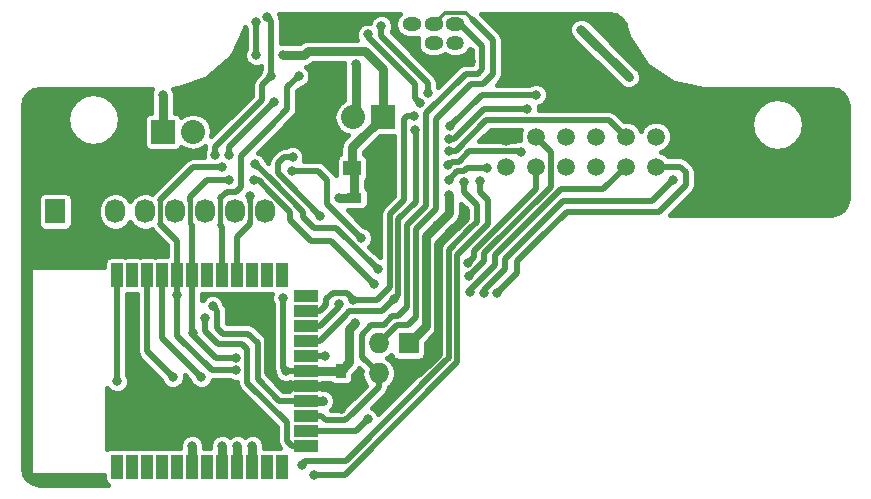
<source format=gbl>
G04 #@! TF.FileFunction,Copper,L2,Bot,Signal*
%FSLAX46Y46*%
G04 Gerber Fmt 4.6, Leading zero omitted, Abs format (unit mm)*
G04 Created by KiCad (PCBNEW 4.0.0-rc1-stable) date 25.1.2017 19:41:52*
%MOMM*%
G01*
G04 APERTURE LIST*
%ADD10C,0.100000*%
%ADD11R,1.727200X2.032000*%
%ADD12O,1.727200X2.032000*%
%ADD13R,2.032000X2.032000*%
%ADD14O,2.032000X2.032000*%
%ADD15C,1.506220*%
%ADD16R,1.500000X1.250000*%
%ADD17R,1.200000X0.900000*%
%ADD18R,0.900000X1.200000*%
%ADD19R,1.727200X1.727200*%
%ADD20O,1.727200X1.727200*%
%ADD21O,1.500000X1.200000*%
%ADD22O,1.600000X1.200000*%
%ADD23R,2.000000X1.000000*%
%ADD24R,1.000000X2.000000*%
%ADD25C,0.800000*%
%ADD26C,0.500000*%
%ADD27C,0.800000*%
%ADD28C,0.400000*%
%ADD29C,0.300000*%
G04 APERTURE END LIST*
D10*
D11*
X3420000Y23840000D03*
D12*
X5960000Y23840000D03*
X8500000Y23840000D03*
X11040000Y23840000D03*
X13580000Y23840000D03*
X16120000Y23840000D03*
X18660000Y23840000D03*
X21200000Y23840000D03*
D13*
X12540000Y30585000D03*
D14*
X15080000Y30585000D03*
D13*
X31140000Y31830000D03*
D14*
X28600000Y31830000D03*
D15*
X54260000Y27640000D03*
X54260000Y30180000D03*
X41560000Y27640000D03*
X41560000Y30180000D03*
X44100000Y27640000D03*
X44100000Y30180000D03*
X46640000Y27640000D03*
X46640000Y30180000D03*
X49180000Y27640000D03*
X49180000Y30180000D03*
X51720000Y27640000D03*
X51720000Y30180000D03*
D16*
X28565000Y27510000D03*
X31065000Y27510000D03*
D17*
X28740000Y25000000D03*
X30940000Y25000000D03*
D18*
X27590000Y8140000D03*
X27590000Y10340000D03*
D19*
X33340000Y12660000D03*
D20*
X30800000Y12660000D03*
X33340000Y10120000D03*
X30800000Y10120000D03*
D21*
X37300000Y38090000D03*
D22*
X37300000Y39690000D03*
X35470000Y39690000D03*
X33640000Y39690000D03*
X33640000Y38090000D03*
X35470000Y38090000D03*
D23*
X24690000Y5255000D03*
X24690000Y6525000D03*
X24690000Y7795000D03*
X24690000Y9065000D03*
X24690000Y10335000D03*
X24690000Y11605000D03*
X24690000Y3985000D03*
X24690000Y12875000D03*
X24690000Y14145000D03*
X24690000Y15415000D03*
X24690000Y16685000D03*
D24*
X8670000Y2235000D03*
X9940000Y2235000D03*
X11210000Y2235000D03*
X12480000Y2235000D03*
X13750000Y2235000D03*
X15020000Y2235000D03*
X16290000Y2235000D03*
X17560000Y2235000D03*
X18830000Y2235000D03*
X20100000Y2235000D03*
X21370000Y2235000D03*
X22640000Y2235000D03*
X8670000Y18435000D03*
X9940000Y18435000D03*
X11210000Y18435000D03*
X12480000Y18435000D03*
X13750000Y18435000D03*
X15020000Y18435000D03*
X16290000Y18435000D03*
X17560000Y18435000D03*
X18830000Y18435000D03*
X20100000Y18435000D03*
X21370000Y18435000D03*
X22640000Y18435000D03*
D25*
X10240000Y10790000D03*
X19320000Y15340000D03*
X10150000Y15890000D03*
X56760000Y30520000D03*
X62200000Y26970000D03*
X65250000Y26910000D03*
X42180000Y35600000D03*
X43640000Y35960000D03*
X2050000Y30290000D03*
X2050000Y28830000D03*
X18310000Y33950000D03*
X25340000Y32580000D03*
X38110000Y23980000D03*
X31065000Y26170000D03*
X21320000Y13380000D03*
X38610000Y36590000D03*
X35740000Y36590000D03*
X27590000Y7120000D03*
X25340000Y39010000D03*
X18120000Y28630000D03*
X36800000Y25230000D03*
X21970000Y33110000D03*
X51980000Y35210000D03*
X47955000Y39235000D03*
X35780000Y22720000D03*
X28830000Y14350000D03*
X22980000Y10330000D03*
X22700000Y16520000D03*
X28860000Y36320000D03*
X12540000Y33710000D03*
X13380000Y9810000D03*
X20360000Y27830000D03*
X17520000Y27580000D03*
X30720000Y18940000D03*
X38390000Y19510000D03*
X13740000Y16720000D03*
X18750000Y10380000D03*
X20280000Y26480000D03*
X30410000Y17730000D03*
X18130000Y26480000D03*
X38480000Y18340000D03*
X15060000Y13510000D03*
X18750000Y11470000D03*
X26280000Y11590000D03*
X25870000Y23490000D03*
X23530000Y28430000D03*
X42820000Y28910000D03*
X36720000Y27790000D03*
X32140000Y16420000D03*
X43380000Y32530000D03*
X36750000Y29960000D03*
X33860000Y30760000D03*
X27470000Y16000000D03*
X29320000Y21590000D03*
X23500000Y27290000D03*
X39980000Y27520000D03*
X36750000Y26500000D03*
X44140000Y33730000D03*
X36840000Y31040000D03*
X33840000Y31950000D03*
X28640000Y16380000D03*
X29870000Y6230000D03*
X24030000Y35310000D03*
X38010000Y26370000D03*
X34280000Y32990000D03*
X24290000Y2400000D03*
X17560000Y3970000D03*
X29870000Y38820000D03*
X22700000Y37070000D03*
X20450000Y37070000D03*
X20450000Y39840000D03*
X27490000Y25000000D03*
X15790000Y9810000D03*
X18830000Y3960000D03*
X40850000Y16970000D03*
X55740000Y26510000D03*
X39700000Y16970000D03*
X20100000Y3970000D03*
X26130000Y7790000D03*
X38550000Y16990000D03*
X16750000Y15810000D03*
X36740000Y28970000D03*
X16130000Y14820000D03*
X16980000Y28630000D03*
X19930000Y25170000D03*
X21350000Y40330000D03*
X21710000Y35310000D03*
X39380000Y26430000D03*
X31040000Y39530000D03*
X34990000Y33880000D03*
X25350000Y1540000D03*
X15020000Y3970000D03*
X8670000Y9450000D03*
D26*
X10240000Y10790000D02*
X10240000Y15800000D01*
X10240000Y15800000D02*
X10150000Y15890000D01*
X62200000Y26970000D02*
X60310000Y26970000D01*
X60310000Y26970000D02*
X56760000Y30520000D01*
X62200000Y26970000D02*
X65190000Y26970000D01*
X65190000Y26970000D02*
X65250000Y26910000D01*
X42180000Y35600000D02*
X43280000Y35600000D01*
X43280000Y35600000D02*
X43640000Y35960000D01*
X2050000Y28830000D02*
X2050000Y30290000D01*
X25340000Y32580000D02*
X25350000Y32580000D01*
D27*
X35870000Y19610000D02*
X35870000Y21050000D01*
X35870000Y21050000D02*
X38110000Y23290000D01*
X35810000Y11780000D02*
X35870000Y11840000D01*
X35870000Y11840000D02*
X35870000Y19610000D01*
X35240000Y11210000D02*
X35810000Y11780000D01*
X34150000Y10120000D02*
X35240000Y11210000D01*
X38110000Y23290000D02*
X38110000Y23980000D01*
X30940000Y25000000D02*
X31065000Y25125000D01*
X31065000Y25125000D02*
X31065000Y26170000D01*
X31065000Y26170000D02*
X31065000Y27510000D01*
D26*
X21320000Y10140000D02*
X21320000Y13380000D01*
X22395000Y9065000D02*
X21320000Y10140000D01*
X24690000Y9065000D02*
X22395000Y9065000D01*
D27*
X33340000Y10120000D02*
X33980000Y10120000D01*
X33340000Y10120000D02*
X34150000Y10120000D01*
X38610000Y36590000D02*
X35740000Y36590000D01*
X27590000Y8140000D02*
X27590000Y7120000D01*
X24690000Y9065000D02*
X26665000Y9065000D01*
X26665000Y9065000D02*
X27590000Y8140000D01*
D26*
X18120000Y29260000D02*
X18120000Y28630000D01*
X20360000Y31500000D02*
X18120000Y29260000D01*
X21970000Y33110000D02*
X20360000Y31500000D01*
D27*
X34680000Y14000000D02*
X34830000Y14150000D01*
X33340000Y12660000D02*
X34680000Y14000000D01*
X34830000Y21770000D02*
X35780000Y22720000D01*
X34830000Y14150000D02*
X34830000Y21770000D01*
X35780000Y22720000D02*
X36800000Y23740000D01*
X36800000Y23740000D02*
X36800000Y25230000D01*
X51980000Y35210000D02*
X47955000Y39235000D01*
X33340000Y12660000D02*
X33810000Y13130000D01*
X35785000Y22725000D02*
X35785000Y22735000D01*
X35780000Y22720000D02*
X35785000Y22725000D01*
X28340000Y13860000D02*
X28830000Y14350000D01*
X28340000Y11090000D02*
X28340000Y13860000D01*
X27590000Y10340000D02*
X28340000Y11090000D01*
D26*
X22700000Y10610000D02*
X22980000Y10330000D01*
X22700000Y10610000D02*
X22700000Y15780000D01*
X22700000Y16520000D02*
X22700000Y15780000D01*
X22985000Y10335000D02*
X22980000Y10330000D01*
X22985000Y10335000D02*
X24690000Y10335000D01*
D27*
X24685000Y10340000D02*
X24690000Y10335000D01*
X24690000Y10335000D02*
X27585000Y10335000D01*
X27585000Y10335000D02*
X27590000Y10340000D01*
X28860000Y32090000D02*
X28860000Y36320000D01*
X28860000Y32090000D02*
X28600000Y31830000D01*
X12540000Y30585000D02*
X12540000Y33710000D01*
D26*
X11210000Y11980000D02*
X13380000Y9810000D01*
X11210000Y11980000D02*
X11210000Y18435000D01*
X20380000Y27830000D02*
X20360000Y27830000D01*
X24390000Y23820000D02*
X21743556Y26466444D01*
X24390000Y23390000D02*
X24390000Y23820000D01*
X21743556Y26466444D02*
X20380000Y27830000D01*
X15070000Y27580000D02*
X17520000Y27580000D01*
X15070000Y27580000D02*
X12325000Y24835000D01*
X13750000Y18435000D02*
X13750000Y21340000D01*
X13750000Y21340000D02*
X12310000Y22780000D01*
D28*
X12310000Y24800000D02*
X12310000Y22780000D01*
D26*
X24390000Y23770000D02*
X24390000Y23390000D01*
X24390000Y23390000D02*
X24390000Y23370000D01*
X24390000Y23370000D02*
X25330000Y22430000D01*
X25330000Y22430000D02*
X25600000Y22430000D01*
X27230000Y22430000D02*
X25600000Y22430000D01*
X30720000Y18940000D02*
X27230000Y22430000D01*
X38390000Y19510000D02*
X38840000Y19960000D01*
X44100000Y25990000D02*
X44100000Y27640000D01*
X44100000Y25770000D02*
X44100000Y25990000D01*
X38840000Y20510000D02*
X44100000Y25770000D01*
X38840000Y19960000D02*
X38840000Y20510000D01*
D28*
X38390000Y19510000D02*
X38390000Y19520000D01*
D26*
X13740000Y16720000D02*
X13750000Y16720000D01*
X13750000Y16720000D02*
X13740000Y16720000D01*
X13740000Y16720000D02*
X13750000Y16720000D01*
X18750000Y10380000D02*
X16700000Y10380000D01*
X13750000Y18435000D02*
X13750000Y16720000D01*
X13750000Y16720000D02*
X13750000Y15950000D01*
X13750000Y15950000D02*
X13750000Y14250000D01*
X13750000Y13330000D02*
X13750000Y14250000D01*
X16700000Y10380000D02*
X13750000Y13330000D01*
X20660000Y26480000D02*
X20280000Y26480000D01*
X23310000Y23830000D02*
X23310000Y23140000D01*
X25120000Y21330000D02*
X26810000Y21330000D01*
X23310000Y23140000D02*
X25120000Y21330000D01*
X30410000Y17730000D02*
X26810000Y21330000D01*
X23310000Y23830000D02*
X21630000Y25510000D01*
X21630000Y25510000D02*
X20660000Y26480000D01*
X16260000Y26480000D02*
X18130000Y26480000D01*
X14850000Y24700000D02*
X14850000Y25070000D01*
D28*
X14850000Y22890000D02*
X14850000Y24700000D01*
D26*
X15020000Y22220000D02*
X15020000Y22720000D01*
X15020000Y22220000D02*
X15020000Y18435000D01*
D28*
X15020000Y22720000D02*
X14850000Y22890000D01*
D26*
X14850000Y25070000D02*
X16260000Y26480000D01*
X38480000Y18340000D02*
X39770000Y19630000D01*
X39770000Y19630000D02*
X39770000Y20290000D01*
X45380000Y28900000D02*
X44100000Y30180000D01*
X45380000Y25900000D02*
X45380000Y28900000D01*
X39770000Y20290000D02*
X45380000Y25900000D01*
X15020000Y13510000D02*
X15020000Y13470000D01*
X15060000Y13510000D02*
X15020000Y13510000D01*
X16550000Y11950000D02*
X16545000Y11945000D01*
X16545000Y11945000D02*
X16550000Y11950000D01*
X16550000Y11950000D02*
X16550000Y11940000D01*
X15020000Y14730000D02*
X15020000Y13470000D01*
X15020000Y18435000D02*
X15020000Y14730000D01*
X17020000Y11470000D02*
X18750000Y11470000D01*
X15020000Y13470000D02*
X16550000Y11940000D01*
X16550000Y11940000D02*
X17020000Y11470000D01*
X23110000Y26250000D02*
X22310000Y27050000D01*
X22310000Y27050000D02*
X22310000Y27950000D01*
X23110000Y26250000D02*
X25870000Y23490000D01*
X26265000Y11605000D02*
X26280000Y11590000D01*
X24690000Y11605000D02*
X26265000Y11605000D01*
X22310000Y27950000D02*
X22790000Y28430000D01*
X22790000Y28430000D02*
X23530000Y28430000D01*
X36990000Y28060000D02*
X36720000Y27790000D01*
X37600000Y28060000D02*
X36990000Y28060000D01*
X37600000Y28060000D02*
X38460000Y28920000D01*
X38920000Y28920000D02*
X38460000Y28920000D01*
X42820000Y28910000D02*
X42810000Y28920000D01*
X42810000Y28920000D02*
X39500000Y28920000D01*
X39500000Y28920000D02*
X38920000Y28920000D01*
X29980000Y15380000D02*
X31100000Y15380000D01*
X29980000Y15380000D02*
X28330000Y15380000D01*
X24690000Y12875000D02*
X25825000Y12875000D01*
X25825000Y12875000D02*
X27950000Y15000000D01*
X27950000Y15000000D02*
X28330000Y15380000D01*
X31100000Y15380000D02*
X32140000Y16420000D01*
X32480000Y16760000D02*
X32140000Y16420000D01*
X32480000Y17880000D02*
X32480000Y16860000D01*
X32480000Y17880000D02*
X32480000Y23160000D01*
X36750000Y29960000D02*
X37170000Y29960000D01*
X37170000Y29960000D02*
X39740000Y32530000D01*
X39740000Y32530000D02*
X43380000Y32530000D01*
X33930000Y30690000D02*
X33860000Y30760000D01*
X32480000Y23160000D02*
X33930000Y24610000D01*
X33930000Y24610000D02*
X33930000Y29170000D01*
X33930000Y29170000D02*
X33930000Y30690000D01*
X32480000Y16860000D02*
X32480000Y16760000D01*
X23500000Y27290000D02*
X25700000Y27290000D01*
X26460000Y26530000D02*
X26460000Y24450000D01*
X25700000Y27290000D02*
X26460000Y26530000D01*
X27470000Y16000000D02*
X27470000Y15750000D01*
X27470000Y15750000D02*
X27090000Y15370000D01*
X26430000Y14710000D02*
X27090000Y15370000D01*
X25865000Y14145000D02*
X26430000Y14710000D01*
X24690000Y14145000D02*
X25865000Y14145000D01*
X26460000Y24450000D02*
X29320000Y21590000D01*
X39980000Y27520000D02*
X38300000Y27520000D01*
X37470000Y27220000D02*
X36750000Y26500000D01*
X38000000Y27220000D02*
X37470000Y27220000D01*
X38300000Y27520000D02*
X38000000Y27220000D01*
X31760000Y17900000D02*
X31760000Y17440000D01*
X31760000Y17440000D02*
X31740000Y17420000D01*
X30240000Y16380000D02*
X30700000Y16380000D01*
X30700000Y16380000D02*
X31740000Y17420000D01*
X36840000Y31040000D02*
X36850000Y31040000D01*
X36850000Y31040000D02*
X39540000Y33730000D01*
X40310000Y33730000D02*
X44140000Y33730000D01*
X39540000Y33730000D02*
X40310000Y33730000D01*
X32920000Y31680000D02*
X33190000Y31950000D01*
X33190000Y31950000D02*
X33840000Y31950000D01*
X32920000Y24780000D02*
X32920000Y29060000D01*
X31760000Y23620000D02*
X32920000Y24780000D01*
X32920000Y29060000D02*
X32920000Y31680000D01*
X31760000Y18800000D02*
X31760000Y23620000D01*
X31760000Y17900000D02*
X31760000Y18800000D01*
X28640000Y16380000D02*
X30240000Y16380000D01*
X28115000Y16965000D02*
X28640000Y16440000D01*
X28640000Y16440000D02*
X28640000Y16380000D01*
X28115000Y16965000D02*
X26905000Y16965000D01*
X26905000Y16965000D02*
X26380000Y16440000D01*
X24690000Y15415000D02*
X25805000Y15415000D01*
X25805000Y15415000D02*
X26380000Y15990000D01*
X26380000Y15990000D02*
X26380000Y16440000D01*
X25805000Y15415000D02*
X26320000Y15930000D01*
X33950000Y15810000D02*
X33950000Y14870000D01*
X33280000Y14200000D02*
X32340000Y14200000D01*
X33950000Y14870000D02*
X33280000Y14200000D01*
X30800000Y12660000D02*
X32340000Y14200000D01*
X38640000Y34630000D02*
X35670000Y31660000D01*
X35670000Y30150000D02*
X35670000Y24470000D01*
X35670000Y31660000D02*
X35670000Y30150000D01*
X35670000Y24470000D02*
X35670000Y24040000D01*
X40470000Y38370000D02*
X40470000Y35440000D01*
D29*
X37390000Y40630000D02*
X38210000Y40630000D01*
X38210000Y40630000D02*
X38700000Y40140000D01*
X36410000Y40630000D02*
X35470000Y39690000D01*
X36410000Y40630000D02*
X37390000Y40630000D01*
D26*
X38700000Y40140000D02*
X40470000Y38370000D01*
X40470000Y35440000D02*
X39660000Y34630000D01*
X39660000Y34630000D02*
X38640000Y34630000D01*
X33950000Y22320000D02*
X35670000Y24040000D01*
X33950000Y22230000D02*
X33950000Y22320000D01*
X33950000Y15810000D02*
X33950000Y22230000D01*
X29870000Y6230000D02*
X28895000Y5255000D01*
X28895000Y5255000D02*
X28525000Y5255000D01*
X28525000Y5255000D02*
X24690000Y5255000D01*
X31980000Y14960000D02*
X32430000Y14960000D01*
X32430000Y14960000D02*
X33220000Y15750000D01*
X33220000Y16200000D02*
X33220000Y15750000D01*
X33220000Y16200000D02*
X33220000Y22720000D01*
X39190000Y35510000D02*
X38180000Y35510000D01*
X34800000Y32130000D02*
X34800000Y30870000D01*
X38180000Y35510000D02*
X34800000Y32130000D01*
X34800000Y24850000D02*
X34800000Y24300000D01*
X34800000Y29960000D02*
X34800000Y24850000D01*
X39040000Y38330000D02*
X39540000Y37830000D01*
X39040000Y38330000D02*
X37680000Y39690000D01*
X39540000Y35860000D02*
X39190000Y35510000D01*
X39540000Y37830000D02*
X39540000Y35860000D01*
X34800000Y30870000D02*
X34800000Y29960000D01*
X33220000Y22720000D02*
X34800000Y24300000D01*
X30200000Y14180000D02*
X30245000Y14225000D01*
X30245000Y14225000D02*
X31245000Y14225000D01*
X31245000Y14225000D02*
X31980000Y14960000D01*
X29380000Y12540000D02*
X29380000Y13360000D01*
X29380000Y13360000D02*
X30200000Y14180000D01*
X29380000Y12110000D02*
X29380000Y12540000D01*
X29380000Y13360000D02*
X30200000Y14180000D01*
X28640000Y6780000D02*
X30800000Y8940000D01*
X30800000Y8940000D02*
X30800000Y10120000D01*
X30800000Y10120000D02*
X29380000Y11540000D01*
X29380000Y11540000D02*
X29380000Y12110000D01*
X37300000Y39690000D02*
X37680000Y39690000D01*
X26310000Y6140000D02*
X28000000Y6140000D01*
X28000000Y6140000D02*
X28640000Y6780000D01*
X24690000Y6525000D02*
X25925000Y6525000D01*
X25925000Y6525000D02*
X26310000Y6140000D01*
X17390000Y24950000D02*
X17950000Y25510000D01*
X19140000Y25890000D02*
X19140000Y26700000D01*
X18760000Y25510000D02*
X19140000Y25890000D01*
X17950000Y25510000D02*
X18760000Y25510000D01*
X21500000Y30900000D02*
X19140000Y28540000D01*
X19140000Y28540000D02*
X19140000Y26700000D01*
X21500000Y30900000D02*
X23080000Y32480000D01*
X23080000Y34360000D02*
X24030000Y35310000D01*
X23080000Y32480000D02*
X23080000Y34360000D01*
D28*
X17390000Y22710000D02*
X17390000Y24950000D01*
D26*
X17560000Y22180000D02*
X17560000Y22540000D01*
X17560000Y22180000D02*
X17560000Y18435000D01*
X17560000Y22540000D02*
X17390000Y22710000D01*
X36750000Y11430000D02*
X36750000Y20580000D01*
X36460000Y11140000D02*
X36750000Y11430000D01*
X39130000Y22960000D02*
X39130000Y24350000D01*
X39130000Y24350000D02*
X38010000Y25470000D01*
X38010000Y25470000D02*
X38010000Y26370000D01*
X38585000Y22415000D02*
X39130000Y22960000D01*
X33870000Y34630000D02*
X33870000Y33400000D01*
X33870000Y33400000D02*
X34280000Y32990000D01*
X32850000Y35650000D02*
X33870000Y34630000D01*
X31650000Y36850000D02*
X32850000Y35650000D01*
X28020000Y2700000D02*
X36460000Y11140000D01*
X24290000Y2400000D02*
X24590000Y2700000D01*
D27*
X17560000Y2235000D02*
X17560000Y3970000D01*
D26*
X24590000Y2700000D02*
X27490000Y2700000D01*
X27490000Y2700000D02*
X28020000Y2700000D01*
X36750000Y20580000D02*
X38585000Y22415000D01*
X38585000Y22415000D02*
X39120000Y22950000D01*
X29870000Y38820000D02*
X29870000Y38630000D01*
X29870000Y38630000D02*
X31650000Y36850000D01*
X31650000Y36850000D02*
X31920000Y36580000D01*
D27*
X28710000Y37390000D02*
X29660000Y37390000D01*
X29660000Y37390000D02*
X31140000Y35910000D01*
X24850000Y37390000D02*
X24530000Y37070000D01*
X24530000Y37070000D02*
X22700000Y37070000D01*
X24850000Y37390000D02*
X28710000Y37390000D01*
X31140000Y31830000D02*
X31140000Y35910000D01*
D26*
X20450000Y37070000D02*
X20450000Y39840000D01*
D27*
X28740000Y25000000D02*
X27490000Y25000000D01*
X28565000Y27510000D02*
X28740000Y27335000D01*
X28740000Y27335000D02*
X28740000Y25000000D01*
X31140000Y31830000D02*
X28565000Y29255000D01*
X28565000Y29255000D02*
X28565000Y27510000D01*
X31065000Y31755000D02*
X31140000Y31830000D01*
D26*
X12480000Y13120000D02*
X15790000Y9810000D01*
X12480000Y13120000D02*
X12480000Y18435000D01*
X54260000Y27640000D02*
X56300000Y27640000D01*
X42510000Y18630000D02*
X42510000Y19600000D01*
X42510000Y19600000D02*
X44340000Y21430000D01*
D27*
X18830000Y3960000D02*
X18830000Y2235000D01*
D26*
X40850000Y16970000D02*
X42510000Y18630000D01*
X46740000Y23830000D02*
X44340000Y21430000D01*
X54520000Y23830000D02*
X46740000Y23830000D01*
X56790000Y26100000D02*
X54520000Y23830000D01*
X56790000Y27150000D02*
X56790000Y26100000D01*
X56300000Y27640000D02*
X56790000Y27150000D01*
X41520000Y19000000D02*
X41520000Y19800000D01*
X46420000Y24700000D02*
X53930000Y24700000D01*
X41520000Y19800000D02*
X46420000Y24700000D01*
X53930000Y24700000D02*
X55740000Y26510000D01*
X39700000Y16970000D02*
X39700000Y17180000D01*
X39700000Y17180000D02*
X41520000Y19000000D01*
D27*
X20100000Y2235000D02*
X20100000Y3970000D01*
D26*
X38550000Y16990000D02*
X38550000Y17190000D01*
X40680000Y19320000D02*
X40680000Y20160000D01*
X38550000Y17190000D02*
X40680000Y19320000D01*
D27*
X26125000Y7795000D02*
X26130000Y7790000D01*
X24690000Y7795000D02*
X26125000Y7795000D01*
D26*
X51720000Y27640000D02*
X49800000Y25720000D01*
X49800000Y25720000D02*
X46230000Y25720000D01*
X46230000Y25720000D02*
X46230000Y25710000D01*
X46230000Y25710000D02*
X40680000Y20160000D01*
X17160000Y15400000D02*
X16750000Y15810000D01*
X20570000Y11970000D02*
X20570000Y12680000D01*
X22385000Y7795000D02*
X20570000Y9610000D01*
X20570000Y9610000D02*
X20570000Y11970000D01*
X22385000Y7795000D02*
X24690000Y7795000D01*
X17640000Y13500000D02*
X17160000Y13980000D01*
X19750000Y13500000D02*
X17640000Y13500000D01*
X20570000Y12680000D02*
X19750000Y13500000D01*
X17160000Y13980000D02*
X17160000Y15400000D01*
X39930000Y31570000D02*
X37330000Y28970000D01*
X37330000Y28970000D02*
X36740000Y28970000D01*
X40550000Y31570000D02*
X40930000Y31570000D01*
X51720000Y30180000D02*
X50330000Y31570000D01*
X50330000Y31570000D02*
X40930000Y31570000D01*
X40550000Y31570000D02*
X39930000Y31570000D01*
X19700000Y12170000D02*
X19260000Y12610000D01*
X19260000Y12610000D02*
X17220000Y12610000D01*
X17220000Y12610000D02*
X16130000Y13700000D01*
X16130000Y13700000D02*
X16130000Y14820000D01*
X23080000Y5960000D02*
X23080000Y5970000D01*
X23505000Y3985000D02*
X23080000Y4410000D01*
X23080000Y4410000D02*
X23080000Y5960000D01*
X23505000Y3985000D02*
X24690000Y3985000D01*
X19700000Y9350000D02*
X19700000Y11980000D01*
X23080000Y5970000D02*
X19700000Y9350000D01*
X19700000Y11980000D02*
X19700000Y12170000D01*
X16980000Y28630000D02*
X16980000Y29330000D01*
X20920000Y33270000D02*
X20920000Y34520000D01*
X16980000Y29330000D02*
X20920000Y33270000D01*
X20920000Y34520000D02*
X21710000Y35310000D01*
X19930000Y25170000D02*
X19930000Y24670000D01*
D28*
X19930000Y23020000D02*
X19930000Y24670000D01*
D26*
X19930000Y22810000D02*
X19930000Y23020000D01*
X18830000Y21710000D02*
X18830000Y18435000D01*
X18830000Y21710000D02*
X19930000Y22810000D01*
X21350000Y40330000D02*
X21710000Y39970000D01*
X21710000Y39970000D02*
X21710000Y35310000D01*
X37470000Y15580000D02*
X37470000Y11060000D01*
X37470000Y11060000D02*
X37210000Y10800000D01*
X37470000Y15580000D02*
X37470000Y20170000D01*
X39380000Y26430000D02*
X39380000Y25520000D01*
X40060000Y22760000D02*
X40105000Y22805000D01*
X40105000Y24795000D02*
X40105000Y22805000D01*
X31040000Y39530000D02*
X31040000Y38660000D01*
X31040000Y38660000D02*
X32590000Y37110000D01*
X32590000Y37110000D02*
X33910000Y35790000D01*
X33910000Y35790000D02*
X34990000Y34710000D01*
X34990000Y34710000D02*
X34990000Y33880000D01*
X39380000Y25520000D02*
X40105000Y24795000D01*
X40060000Y22760000D02*
X40060000Y22740000D01*
X40060000Y22740000D02*
X40060000Y22760000D01*
X39790000Y22490000D02*
X40060000Y22760000D01*
X37470000Y20170000D02*
X39790000Y22490000D01*
X27950000Y1540000D02*
X37210000Y10800000D01*
X25350000Y1540000D02*
X27700000Y1540000D01*
D27*
X15020000Y3970000D02*
X15020000Y2235000D01*
D26*
X27700000Y1540000D02*
X27950000Y1540000D01*
X8670000Y9450000D02*
X8670000Y18435000D01*
D28*
G36*
X11540174Y33909785D02*
X11539827Y33511960D01*
X11540000Y33511541D01*
X11540000Y32212754D01*
X11524000Y32212754D01*
X11301654Y32170917D01*
X11097442Y32039510D01*
X10960444Y31839007D01*
X10912246Y31601000D01*
X10912246Y29569000D01*
X10954083Y29346654D01*
X11085490Y29142442D01*
X11285993Y29005444D01*
X11524000Y28957246D01*
X13556000Y28957246D01*
X13778346Y28999083D01*
X13982558Y29130490D01*
X14104732Y29309297D01*
X14429925Y29092011D01*
X15048341Y28969000D01*
X15111659Y28969000D01*
X15730075Y29092011D01*
X16136706Y29363712D01*
X16130000Y29330000D01*
X16130000Y29190605D01*
X15980174Y28829785D01*
X15979827Y28431960D01*
X15980637Y28430000D01*
X15070000Y28430000D01*
X14744719Y28365298D01*
X14468959Y28181041D01*
X11723959Y25436041D01*
X11658107Y25337487D01*
X11600095Y25376249D01*
X11040000Y25487659D01*
X10479905Y25376249D01*
X10005079Y25058980D01*
X9770000Y24707160D01*
X9534921Y25058980D01*
X9060095Y25376249D01*
X8500000Y25487659D01*
X7939905Y25376249D01*
X7465079Y25058980D01*
X7147810Y24584154D01*
X7036400Y24024059D01*
X7036400Y23655941D01*
X7147810Y23095846D01*
X7465079Y22621020D01*
X7939905Y22303751D01*
X8500000Y22192341D01*
X9060095Y22303751D01*
X9534921Y22621020D01*
X9770000Y22972840D01*
X10005079Y22621020D01*
X10479905Y22303751D01*
X11040000Y22192341D01*
X11600095Y22303751D01*
X11617711Y22315522D01*
X11708959Y22178959D01*
X12900000Y20987919D01*
X12900000Y20046754D01*
X11980000Y20046754D01*
X11840043Y20020419D01*
X11710000Y20046754D01*
X10710000Y20046754D01*
X10570043Y20020419D01*
X10440000Y20046754D01*
X9440000Y20046754D01*
X9300043Y20020419D01*
X9170000Y20046754D01*
X8170000Y20046754D01*
X7947654Y20004917D01*
X7743442Y19873510D01*
X7606444Y19673007D01*
X7558246Y19435000D01*
X7558246Y19110000D01*
X1470000Y19110000D01*
X1397417Y19096365D01*
X1330629Y19053443D01*
X1285803Y18987919D01*
X1270000Y18910117D01*
X1260000Y1760117D01*
X1273678Y1687309D01*
X1316638Y1620546D01*
X1382189Y1575757D01*
X1460000Y1560000D01*
X7558246Y1560000D01*
X7558246Y1235000D01*
X7600083Y1012654D01*
X7731490Y808442D01*
X7894005Y697400D01*
X2120121Y697400D01*
X1544351Y811927D01*
X1110509Y1101811D01*
X820627Y1535651D01*
X706100Y2111418D01*
X706100Y24856000D01*
X1944646Y24856000D01*
X1944646Y22824000D01*
X1986483Y22601654D01*
X2117890Y22397442D01*
X2318393Y22260444D01*
X2556400Y22212246D01*
X4283600Y22212246D01*
X4505946Y22254083D01*
X4710158Y22385490D01*
X4847156Y22585993D01*
X4895354Y22824000D01*
X4895354Y24856000D01*
X4853517Y25078346D01*
X4722110Y25282558D01*
X4521607Y25419556D01*
X4283600Y25467754D01*
X2556400Y25467754D01*
X2334054Y25425917D01*
X2129842Y25294510D01*
X1992844Y25094007D01*
X1944646Y24856000D01*
X706100Y24856000D01*
X706100Y31633398D01*
X4410100Y31633398D01*
X4581371Y30772360D01*
X5069110Y30042408D01*
X5799062Y29554669D01*
X6660100Y29383398D01*
X7521138Y29554669D01*
X8251090Y30042408D01*
X8738829Y30772360D01*
X8910100Y31633398D01*
X8738829Y32494436D01*
X8251090Y33224388D01*
X7521138Y33712127D01*
X6660100Y33883398D01*
X5799062Y33712127D01*
X5069110Y33224388D01*
X4581371Y32494436D01*
X4410100Y31633398D01*
X706100Y31633398D01*
X706100Y32781382D01*
X820627Y33357149D01*
X1110509Y33790989D01*
X1544351Y34080873D01*
X2120121Y34195400D01*
X11658772Y34195400D01*
X11540174Y33909785D01*
X11540174Y33909785D01*
G37*
X11540174Y33909785D02*
X11539827Y33511960D01*
X11540000Y33511541D01*
X11540000Y32212754D01*
X11524000Y32212754D01*
X11301654Y32170917D01*
X11097442Y32039510D01*
X10960444Y31839007D01*
X10912246Y31601000D01*
X10912246Y29569000D01*
X10954083Y29346654D01*
X11085490Y29142442D01*
X11285993Y29005444D01*
X11524000Y28957246D01*
X13556000Y28957246D01*
X13778346Y28999083D01*
X13982558Y29130490D01*
X14104732Y29309297D01*
X14429925Y29092011D01*
X15048341Y28969000D01*
X15111659Y28969000D01*
X15730075Y29092011D01*
X16136706Y29363712D01*
X16130000Y29330000D01*
X16130000Y29190605D01*
X15980174Y28829785D01*
X15979827Y28431960D01*
X15980637Y28430000D01*
X15070000Y28430000D01*
X14744719Y28365298D01*
X14468959Y28181041D01*
X11723959Y25436041D01*
X11658107Y25337487D01*
X11600095Y25376249D01*
X11040000Y25487659D01*
X10479905Y25376249D01*
X10005079Y25058980D01*
X9770000Y24707160D01*
X9534921Y25058980D01*
X9060095Y25376249D01*
X8500000Y25487659D01*
X7939905Y25376249D01*
X7465079Y25058980D01*
X7147810Y24584154D01*
X7036400Y24024059D01*
X7036400Y23655941D01*
X7147810Y23095846D01*
X7465079Y22621020D01*
X7939905Y22303751D01*
X8500000Y22192341D01*
X9060095Y22303751D01*
X9534921Y22621020D01*
X9770000Y22972840D01*
X10005079Y22621020D01*
X10479905Y22303751D01*
X11040000Y22192341D01*
X11600095Y22303751D01*
X11617711Y22315522D01*
X11708959Y22178959D01*
X12900000Y20987919D01*
X12900000Y20046754D01*
X11980000Y20046754D01*
X11840043Y20020419D01*
X11710000Y20046754D01*
X10710000Y20046754D01*
X10570043Y20020419D01*
X10440000Y20046754D01*
X9440000Y20046754D01*
X9300043Y20020419D01*
X9170000Y20046754D01*
X8170000Y20046754D01*
X7947654Y20004917D01*
X7743442Y19873510D01*
X7606444Y19673007D01*
X7558246Y19435000D01*
X7558246Y19110000D01*
X1470000Y19110000D01*
X1397417Y19096365D01*
X1330629Y19053443D01*
X1285803Y18987919D01*
X1270000Y18910117D01*
X1260000Y1760117D01*
X1273678Y1687309D01*
X1316638Y1620546D01*
X1382189Y1575757D01*
X1460000Y1560000D01*
X7558246Y1560000D01*
X7558246Y1235000D01*
X7600083Y1012654D01*
X7731490Y808442D01*
X7894005Y697400D01*
X2120121Y697400D01*
X1544351Y811927D01*
X1110509Y1101811D01*
X820627Y1535651D01*
X706100Y2111418D01*
X706100Y24856000D01*
X1944646Y24856000D01*
X1944646Y22824000D01*
X1986483Y22601654D01*
X2117890Y22397442D01*
X2318393Y22260444D01*
X2556400Y22212246D01*
X4283600Y22212246D01*
X4505946Y22254083D01*
X4710158Y22385490D01*
X4847156Y22585993D01*
X4895354Y22824000D01*
X4895354Y24856000D01*
X4853517Y25078346D01*
X4722110Y25282558D01*
X4521607Y25419556D01*
X4283600Y25467754D01*
X2556400Y25467754D01*
X2334054Y25425917D01*
X2129842Y25294510D01*
X1992844Y25094007D01*
X1944646Y24856000D01*
X706100Y24856000D01*
X706100Y31633398D01*
X4410100Y31633398D01*
X4581371Y30772360D01*
X5069110Y30042408D01*
X5799062Y29554669D01*
X6660100Y29383398D01*
X7521138Y29554669D01*
X8251090Y30042408D01*
X8738829Y30772360D01*
X8910100Y31633398D01*
X8738829Y32494436D01*
X8251090Y33224388D01*
X7521138Y33712127D01*
X6660100Y33883398D01*
X5799062Y33712127D01*
X5069110Y33224388D01*
X4581371Y32494436D01*
X4410100Y31633398D01*
X706100Y31633398D01*
X706100Y32781382D01*
X820627Y33357149D01*
X1110509Y33790989D01*
X1544351Y34080873D01*
X2120121Y34195400D01*
X11658772Y34195400D01*
X11540174Y33909785D01*
G36*
X10360000Y11980000D02*
X10424702Y11654719D01*
X10608959Y11378959D01*
X12382551Y9605368D01*
X12531747Y9244286D01*
X12812806Y8962736D01*
X13180215Y8810174D01*
X13578040Y8809827D01*
X13945714Y8961747D01*
X14227264Y9242806D01*
X14379826Y9610215D01*
X14380173Y10008040D01*
X14373339Y10024579D01*
X14792551Y9605367D01*
X14941747Y9244286D01*
X15222806Y8962736D01*
X15590215Y8810174D01*
X15988040Y8809827D01*
X16355714Y8961747D01*
X16637264Y9242806D01*
X16756518Y9530000D01*
X18189395Y9530000D01*
X18550215Y9380174D01*
X18850000Y9379913D01*
X18850000Y9350000D01*
X18914702Y9024719D01*
X19098959Y8748959D01*
X22230000Y5617918D01*
X22230000Y4410000D01*
X22294702Y4084719D01*
X22453705Y3846754D01*
X22140000Y3846754D01*
X22000043Y3820419D01*
X21870000Y3846754D01*
X21100000Y3846754D01*
X21100000Y3970000D01*
X21100173Y4168040D01*
X20948253Y4535714D01*
X20667194Y4817264D01*
X20299785Y4969826D01*
X19901960Y4970173D01*
X19534286Y4818253D01*
X19460126Y4744222D01*
X19397194Y4807264D01*
X19029785Y4959826D01*
X18631960Y4960173D01*
X18264286Y4808253D01*
X18200126Y4744205D01*
X18127194Y4817264D01*
X17759785Y4969826D01*
X17361960Y4970173D01*
X16994286Y4818253D01*
X16712736Y4537194D01*
X16560174Y4169785D01*
X16559892Y3846754D01*
X16020000Y3846754D01*
X16020000Y3970000D01*
X16020173Y4168040D01*
X15868253Y4535714D01*
X15587194Y4817264D01*
X15219785Y4969826D01*
X14821960Y4970173D01*
X14454286Y4818253D01*
X14172736Y4537194D01*
X14020174Y4169785D01*
X14019892Y3846754D01*
X13250000Y3846754D01*
X13110043Y3820419D01*
X12980000Y3846754D01*
X11980000Y3846754D01*
X11840043Y3820419D01*
X11710000Y3846754D01*
X10710000Y3846754D01*
X10570043Y3820419D01*
X10440000Y3846754D01*
X9440000Y3846754D01*
X9300043Y3820419D01*
X9170000Y3846754D01*
X8170000Y3846754D01*
X7947654Y3804917D01*
X7810000Y3716339D01*
X7810000Y8912716D01*
X7821747Y8884286D01*
X8102806Y8602736D01*
X8470215Y8450174D01*
X8868040Y8449827D01*
X9235714Y8601747D01*
X9517264Y8882806D01*
X9669826Y9250215D01*
X9670173Y9648040D01*
X9520000Y10011486D01*
X9520000Y16823246D01*
X10360000Y16823246D01*
X10360000Y11980000D01*
X10360000Y11980000D01*
G37*
X10360000Y11980000D02*
X10424702Y11654719D01*
X10608959Y11378959D01*
X12382551Y9605368D01*
X12531747Y9244286D01*
X12812806Y8962736D01*
X13180215Y8810174D01*
X13578040Y8809827D01*
X13945714Y8961747D01*
X14227264Y9242806D01*
X14379826Y9610215D01*
X14380173Y10008040D01*
X14373339Y10024579D01*
X14792551Y9605367D01*
X14941747Y9244286D01*
X15222806Y8962736D01*
X15590215Y8810174D01*
X15988040Y8809827D01*
X16355714Y8961747D01*
X16637264Y9242806D01*
X16756518Y9530000D01*
X18189395Y9530000D01*
X18550215Y9380174D01*
X18850000Y9379913D01*
X18850000Y9350000D01*
X18914702Y9024719D01*
X19098959Y8748959D01*
X22230000Y5617918D01*
X22230000Y4410000D01*
X22294702Y4084719D01*
X22453705Y3846754D01*
X22140000Y3846754D01*
X22000043Y3820419D01*
X21870000Y3846754D01*
X21100000Y3846754D01*
X21100000Y3970000D01*
X21100173Y4168040D01*
X20948253Y4535714D01*
X20667194Y4817264D01*
X20299785Y4969826D01*
X19901960Y4970173D01*
X19534286Y4818253D01*
X19460126Y4744222D01*
X19397194Y4807264D01*
X19029785Y4959826D01*
X18631960Y4960173D01*
X18264286Y4808253D01*
X18200126Y4744205D01*
X18127194Y4817264D01*
X17759785Y4969826D01*
X17361960Y4970173D01*
X16994286Y4818253D01*
X16712736Y4537194D01*
X16560174Y4169785D01*
X16559892Y3846754D01*
X16020000Y3846754D01*
X16020000Y3970000D01*
X16020173Y4168040D01*
X15868253Y4535714D01*
X15587194Y4817264D01*
X15219785Y4969826D01*
X14821960Y4970173D01*
X14454286Y4818253D01*
X14172736Y4537194D01*
X14020174Y4169785D01*
X14019892Y3846754D01*
X13250000Y3846754D01*
X13110043Y3820419D01*
X12980000Y3846754D01*
X11980000Y3846754D01*
X11840043Y3820419D01*
X11710000Y3846754D01*
X10710000Y3846754D01*
X10570043Y3820419D01*
X10440000Y3846754D01*
X9440000Y3846754D01*
X9300043Y3820419D01*
X9170000Y3846754D01*
X8170000Y3846754D01*
X7947654Y3804917D01*
X7810000Y3716339D01*
X7810000Y8912716D01*
X7821747Y8884286D01*
X8102806Y8602736D01*
X8470215Y8450174D01*
X8868040Y8449827D01*
X9235714Y8601747D01*
X9517264Y8882806D01*
X9669826Y9250215D01*
X9670173Y9648040D01*
X9520000Y10011486D01*
X9520000Y16823246D01*
X10360000Y16823246D01*
X10360000Y11980000D01*
G36*
X38280000Y23997918D02*
X38280000Y23312082D01*
X36148959Y21181041D01*
X35964702Y20905281D01*
X35900000Y20580000D01*
X35900000Y11782082D01*
X35858959Y11741041D01*
X35858957Y11741038D01*
X30775378Y6657460D01*
X30718253Y6795714D01*
X30437194Y7077264D01*
X30226736Y7164654D01*
X31401041Y8338959D01*
X31585298Y8614719D01*
X31648359Y8931748D01*
X31834921Y9056405D01*
X32152190Y9531231D01*
X32263600Y10091326D01*
X32263600Y10148674D01*
X32152190Y10708769D01*
X31834921Y11183595D01*
X31526014Y11390000D01*
X31834921Y11596405D01*
X31887477Y11675061D01*
X31906483Y11574054D01*
X32037890Y11369842D01*
X32238393Y11232844D01*
X32476400Y11184646D01*
X34203600Y11184646D01*
X34425946Y11226483D01*
X34630158Y11357890D01*
X34767156Y11558393D01*
X34815354Y11796400D01*
X34815354Y12721140D01*
X35537107Y13442893D01*
X35753880Y13767316D01*
X35830000Y14150000D01*
X35830000Y21355786D01*
X36487108Y22012894D01*
X36627264Y22152806D01*
X36627437Y22153223D01*
X37507107Y23032893D01*
X37723880Y23357316D01*
X37800000Y23740000D01*
X37800000Y24477918D01*
X38280000Y23997918D01*
X38280000Y23997918D01*
G37*
X38280000Y23997918D02*
X38280000Y23312082D01*
X36148959Y21181041D01*
X35964702Y20905281D01*
X35900000Y20580000D01*
X35900000Y11782082D01*
X35858959Y11741041D01*
X35858957Y11741038D01*
X30775378Y6657460D01*
X30718253Y6795714D01*
X30437194Y7077264D01*
X30226736Y7164654D01*
X31401041Y8338959D01*
X31585298Y8614719D01*
X31648359Y8931748D01*
X31834921Y9056405D01*
X32152190Y9531231D01*
X32263600Y10091326D01*
X32263600Y10148674D01*
X32152190Y10708769D01*
X31834921Y11183595D01*
X31526014Y11390000D01*
X31834921Y11596405D01*
X31887477Y11675061D01*
X31906483Y11574054D01*
X32037890Y11369842D01*
X32238393Y11232844D01*
X32476400Y11184646D01*
X34203600Y11184646D01*
X34425946Y11226483D01*
X34630158Y11357890D01*
X34767156Y11558393D01*
X34815354Y11796400D01*
X34815354Y12721140D01*
X35537107Y13442893D01*
X35753880Y13767316D01*
X35830000Y14150000D01*
X35830000Y21355786D01*
X36487108Y22012894D01*
X36627264Y22152806D01*
X36627437Y22153223D01*
X37507107Y23032893D01*
X37723880Y23357316D01*
X37800000Y23740000D01*
X37800000Y24477918D01*
X38280000Y23997918D01*
G36*
X20870000Y16823246D02*
X21743135Y16823246D01*
X21700174Y16719785D01*
X21699827Y16321960D01*
X21850000Y15958514D01*
X21850000Y10610000D01*
X21914702Y10284719D01*
X21979875Y10187180D01*
X21979827Y10131960D01*
X22131747Y9764286D01*
X22412806Y9482736D01*
X22780215Y9330174D01*
X23178040Y9329827D01*
X23295510Y9378365D01*
X23451993Y9271444D01*
X23690000Y9223246D01*
X25690000Y9223246D01*
X25912346Y9265083D01*
X26021000Y9335000D01*
X26687618Y9335000D01*
X26701490Y9313442D01*
X26901993Y9176444D01*
X27140000Y9128246D01*
X28040000Y9128246D01*
X28262346Y9170083D01*
X28466558Y9301490D01*
X28603556Y9501993D01*
X28651754Y9740000D01*
X28651754Y9987540D01*
X29047107Y10382893D01*
X29162431Y10555487D01*
X29375031Y10342887D01*
X29336400Y10148674D01*
X29336400Y10091326D01*
X29447810Y9531231D01*
X29744749Y9086831D01*
X27647918Y6990000D01*
X26744051Y6990000D01*
X26977264Y7222806D01*
X27053879Y7407314D01*
X27053880Y7407316D01*
X27053880Y7407318D01*
X27129826Y7590215D01*
X27130173Y7988040D01*
X26978253Y8355714D01*
X26697194Y8637264D01*
X26519245Y8711155D01*
X26507684Y8718880D01*
X26494166Y8721569D01*
X26329785Y8789826D01*
X26150224Y8789983D01*
X26125000Y8795000D01*
X26021024Y8795000D01*
X25928007Y8858556D01*
X25690000Y8906754D01*
X23690000Y8906754D01*
X23467654Y8864917D01*
X23263442Y8733510D01*
X23202966Y8645000D01*
X22737081Y8645000D01*
X21420000Y9962082D01*
X21420000Y12680000D01*
X21355298Y13005281D01*
X21171041Y13281041D01*
X20351041Y14101041D01*
X20075281Y14285298D01*
X19750000Y14350000D01*
X18010000Y14350000D01*
X18010000Y15399995D01*
X18010001Y15400000D01*
X17945298Y15725281D01*
X17928781Y15750000D01*
X17761041Y16001041D01*
X17761038Y16001043D01*
X17747449Y16014632D01*
X17598253Y16375714D01*
X17317194Y16657264D01*
X16949785Y16809826D01*
X16551960Y16810173D01*
X16184286Y16658253D01*
X15902736Y16377194D01*
X15870000Y16298357D01*
X15870000Y16823246D01*
X16790000Y16823246D01*
X16929957Y16849581D01*
X17060000Y16823246D01*
X18060000Y16823246D01*
X18199957Y16849581D01*
X18330000Y16823246D01*
X19330000Y16823246D01*
X19469957Y16849581D01*
X19600000Y16823246D01*
X20600000Y16823246D01*
X20739957Y16849581D01*
X20870000Y16823246D01*
X20870000Y16823246D01*
G37*
X20870000Y16823246D02*
X21743135Y16823246D01*
X21700174Y16719785D01*
X21699827Y16321960D01*
X21850000Y15958514D01*
X21850000Y10610000D01*
X21914702Y10284719D01*
X21979875Y10187180D01*
X21979827Y10131960D01*
X22131747Y9764286D01*
X22412806Y9482736D01*
X22780215Y9330174D01*
X23178040Y9329827D01*
X23295510Y9378365D01*
X23451993Y9271444D01*
X23690000Y9223246D01*
X25690000Y9223246D01*
X25912346Y9265083D01*
X26021000Y9335000D01*
X26687618Y9335000D01*
X26701490Y9313442D01*
X26901993Y9176444D01*
X27140000Y9128246D01*
X28040000Y9128246D01*
X28262346Y9170083D01*
X28466558Y9301490D01*
X28603556Y9501993D01*
X28651754Y9740000D01*
X28651754Y9987540D01*
X29047107Y10382893D01*
X29162431Y10555487D01*
X29375031Y10342887D01*
X29336400Y10148674D01*
X29336400Y10091326D01*
X29447810Y9531231D01*
X29744749Y9086831D01*
X27647918Y6990000D01*
X26744051Y6990000D01*
X26977264Y7222806D01*
X27053879Y7407314D01*
X27053880Y7407316D01*
X27053880Y7407318D01*
X27129826Y7590215D01*
X27130173Y7988040D01*
X26978253Y8355714D01*
X26697194Y8637264D01*
X26519245Y8711155D01*
X26507684Y8718880D01*
X26494166Y8721569D01*
X26329785Y8789826D01*
X26150224Y8789983D01*
X26125000Y8795000D01*
X26021024Y8795000D01*
X25928007Y8858556D01*
X25690000Y8906754D01*
X23690000Y8906754D01*
X23467654Y8864917D01*
X23263442Y8733510D01*
X23202966Y8645000D01*
X22737081Y8645000D01*
X21420000Y9962082D01*
X21420000Y12680000D01*
X21355298Y13005281D01*
X21171041Y13281041D01*
X20351041Y14101041D01*
X20075281Y14285298D01*
X19750000Y14350000D01*
X18010000Y14350000D01*
X18010000Y15399995D01*
X18010001Y15400000D01*
X17945298Y15725281D01*
X17928781Y15750000D01*
X17761041Y16001041D01*
X17761038Y16001043D01*
X17747449Y16014632D01*
X17598253Y16375714D01*
X17317194Y16657264D01*
X16949785Y16809826D01*
X16551960Y16810173D01*
X16184286Y16658253D01*
X15902736Y16377194D01*
X15870000Y16298357D01*
X15870000Y16823246D01*
X16790000Y16823246D01*
X16929957Y16849581D01*
X17060000Y16823246D01*
X18060000Y16823246D01*
X18199957Y16849581D01*
X18330000Y16823246D01*
X19330000Y16823246D01*
X19469957Y16849581D01*
X19600000Y16823246D01*
X20600000Y16823246D01*
X20739957Y16849581D01*
X20870000Y16823246D01*
G36*
X32070000Y25132082D02*
X31158959Y24221041D01*
X30974702Y23945281D01*
X30910000Y23620000D01*
X30910000Y19952082D01*
X30003127Y20858955D01*
X30167264Y21022806D01*
X30319826Y21390215D01*
X30320173Y21788040D01*
X30168253Y22155714D01*
X29887194Y22437264D01*
X29524011Y22588071D01*
X28173836Y23938246D01*
X29340000Y23938246D01*
X29562346Y23980083D01*
X29766558Y24111490D01*
X29903556Y24311993D01*
X29951754Y24550000D01*
X29951754Y25450000D01*
X29909917Y25672346D01*
X29778510Y25876558D01*
X29740000Y25902871D01*
X29740000Y26445487D01*
X29741558Y26446490D01*
X29878556Y26646993D01*
X29926754Y26885000D01*
X29926754Y28135000D01*
X29884917Y28357346D01*
X29753510Y28561558D01*
X29565000Y28690362D01*
X29565000Y28840786D01*
X30926460Y30202246D01*
X32070000Y30202246D01*
X32070000Y25132082D01*
X32070000Y25132082D01*
G37*
X32070000Y25132082D02*
X31158959Y24221041D01*
X30974702Y23945281D01*
X30910000Y23620000D01*
X30910000Y19952082D01*
X30003127Y20858955D01*
X30167264Y21022806D01*
X30319826Y21390215D01*
X30320173Y21788040D01*
X30168253Y22155714D01*
X29887194Y22437264D01*
X29524011Y22588071D01*
X28173836Y23938246D01*
X29340000Y23938246D01*
X29562346Y23980083D01*
X29766558Y24111490D01*
X29903556Y24311993D01*
X29951754Y24550000D01*
X29951754Y25450000D01*
X29909917Y25672346D01*
X29778510Y25876558D01*
X29740000Y25902871D01*
X29740000Y26445487D01*
X29741558Y26446490D01*
X29878556Y26646993D01*
X29926754Y26885000D01*
X29926754Y28135000D01*
X29884917Y28357346D01*
X29753510Y28561558D01*
X29565000Y28690362D01*
X29565000Y28840786D01*
X30926460Y30202246D01*
X32070000Y30202246D01*
X32070000Y25132082D01*
G36*
X50880908Y40430873D02*
X51314748Y40140991D01*
X51627089Y39673539D01*
X51693385Y39471651D01*
X51693385Y39471649D01*
X51991909Y38562567D01*
X52035252Y38485736D01*
X52069010Y38404239D01*
X53445517Y36344151D01*
X53624851Y36164817D01*
X55684939Y34788310D01*
X55684940Y34788309D01*
X55771494Y34752458D01*
X55919251Y34691254D01*
X55919256Y34691254D01*
X58349291Y34207890D01*
X58413309Y34207890D01*
X58476100Y34195400D01*
X69112082Y34195400D01*
X69687849Y34080873D01*
X70121689Y33790991D01*
X70411573Y33357149D01*
X70526100Y32781379D01*
X70526100Y24971421D01*
X70411573Y24395651D01*
X70121689Y23961809D01*
X69687849Y23671927D01*
X69112082Y23557400D01*
X55449482Y23557400D01*
X57391041Y25498959D01*
X57575298Y25774719D01*
X57640000Y26100000D01*
X57640000Y27149995D01*
X57640001Y27150000D01*
X57575298Y27475281D01*
X57391041Y27751041D01*
X56901041Y28241041D01*
X56625281Y28425298D01*
X56300000Y28490000D01*
X55323401Y28490000D01*
X55027476Y28786442D01*
X54729797Y28910049D01*
X55025474Y29032220D01*
X55406442Y29412524D01*
X55612875Y29909669D01*
X55613344Y30447969D01*
X55407780Y30945474D01*
X55153299Y31200400D01*
X62322100Y31200400D01*
X62493371Y30339362D01*
X62981110Y29609410D01*
X63711062Y29121671D01*
X64572100Y28950400D01*
X65433138Y29121671D01*
X66163090Y29609410D01*
X66650829Y30339362D01*
X66822100Y31200400D01*
X66650829Y32061438D01*
X66163090Y32791390D01*
X65433138Y33279129D01*
X64572100Y33450400D01*
X63711062Y33279129D01*
X62981110Y32791390D01*
X62493371Y32061438D01*
X62322100Y31200400D01*
X55153299Y31200400D01*
X55027476Y31326442D01*
X54530331Y31532875D01*
X53992031Y31533344D01*
X53494526Y31327780D01*
X53113558Y30947476D01*
X52989951Y30649797D01*
X52867780Y30945474D01*
X52487476Y31326442D01*
X51990331Y31532875D01*
X51568840Y31533242D01*
X50931041Y32171041D01*
X50655281Y32355298D01*
X50330000Y32420000D01*
X44379904Y32420000D01*
X44380173Y32728040D01*
X44373398Y32744437D01*
X44705714Y32881747D01*
X44987264Y33162806D01*
X45139826Y33530215D01*
X45140173Y33928040D01*
X44988253Y34295714D01*
X44707194Y34577264D01*
X44339785Y34729826D01*
X43941960Y34730173D01*
X43578514Y34580000D01*
X40812082Y34580000D01*
X41071041Y34838959D01*
X41255298Y35114719D01*
X41320000Y35440000D01*
X41320000Y38370000D01*
X41255298Y38695281D01*
X41071041Y38971041D01*
X41005122Y39036960D01*
X46954827Y39036960D01*
X47106747Y38669286D01*
X47387806Y38387736D01*
X47388223Y38387563D01*
X51272563Y34503224D01*
X51412806Y34362736D01*
X51597314Y34286121D01*
X51597316Y34286120D01*
X51597318Y34286120D01*
X51780215Y34210174D01*
X51979996Y34210000D01*
X51980000Y34209999D01*
X51980004Y34210000D01*
X52178040Y34209827D01*
X52362682Y34286120D01*
X52362684Y34286120D01*
X52362686Y34286121D01*
X52545714Y34361747D01*
X52827264Y34642806D01*
X52903879Y34827314D01*
X52903880Y34827316D01*
X52903880Y34827318D01*
X52979826Y35010215D01*
X52980000Y35209996D01*
X52980001Y35210000D01*
X52980000Y35210004D01*
X52980173Y35408040D01*
X52828253Y35775714D01*
X52547194Y36057264D01*
X52546775Y36057438D01*
X48662107Y39942107D01*
X48662106Y39942108D01*
X48522194Y40082264D01*
X48337686Y40158879D01*
X48337684Y40158880D01*
X48337682Y40158880D01*
X48154785Y40234826D01*
X47756960Y40235173D01*
X47572318Y40158880D01*
X47572316Y40158880D01*
X47572314Y40158879D01*
X47389286Y40083253D01*
X47107736Y39802194D01*
X47031121Y39617686D01*
X47031120Y39617684D01*
X47031120Y39617682D01*
X46955174Y39434785D01*
X46954827Y39036960D01*
X41005122Y39036960D01*
X39496682Y40545400D01*
X50305141Y40545400D01*
X50880908Y40430873D01*
X50880908Y40430873D01*
G37*
X50880908Y40430873D02*
X51314748Y40140991D01*
X51627089Y39673539D01*
X51693385Y39471651D01*
X51693385Y39471649D01*
X51991909Y38562567D01*
X52035252Y38485736D01*
X52069010Y38404239D01*
X53445517Y36344151D01*
X53624851Y36164817D01*
X55684939Y34788310D01*
X55684940Y34788309D01*
X55771494Y34752458D01*
X55919251Y34691254D01*
X55919256Y34691254D01*
X58349291Y34207890D01*
X58413309Y34207890D01*
X58476100Y34195400D01*
X69112082Y34195400D01*
X69687849Y34080873D01*
X70121689Y33790991D01*
X70411573Y33357149D01*
X70526100Y32781379D01*
X70526100Y24971421D01*
X70411573Y24395651D01*
X70121689Y23961809D01*
X69687849Y23671927D01*
X69112082Y23557400D01*
X55449482Y23557400D01*
X57391041Y25498959D01*
X57575298Y25774719D01*
X57640000Y26100000D01*
X57640000Y27149995D01*
X57640001Y27150000D01*
X57575298Y27475281D01*
X57391041Y27751041D01*
X56901041Y28241041D01*
X56625281Y28425298D01*
X56300000Y28490000D01*
X55323401Y28490000D01*
X55027476Y28786442D01*
X54729797Y28910049D01*
X55025474Y29032220D01*
X55406442Y29412524D01*
X55612875Y29909669D01*
X55613344Y30447969D01*
X55407780Y30945474D01*
X55153299Y31200400D01*
X62322100Y31200400D01*
X62493371Y30339362D01*
X62981110Y29609410D01*
X63711062Y29121671D01*
X64572100Y28950400D01*
X65433138Y29121671D01*
X66163090Y29609410D01*
X66650829Y30339362D01*
X66822100Y31200400D01*
X66650829Y32061438D01*
X66163090Y32791390D01*
X65433138Y33279129D01*
X64572100Y33450400D01*
X63711062Y33279129D01*
X62981110Y32791390D01*
X62493371Y32061438D01*
X62322100Y31200400D01*
X55153299Y31200400D01*
X55027476Y31326442D01*
X54530331Y31532875D01*
X53992031Y31533344D01*
X53494526Y31327780D01*
X53113558Y30947476D01*
X52989951Y30649797D01*
X52867780Y30945474D01*
X52487476Y31326442D01*
X51990331Y31532875D01*
X51568840Y31533242D01*
X50931041Y32171041D01*
X50655281Y32355298D01*
X50330000Y32420000D01*
X44379904Y32420000D01*
X44380173Y32728040D01*
X44373398Y32744437D01*
X44705714Y32881747D01*
X44987264Y33162806D01*
X45139826Y33530215D01*
X45140173Y33928040D01*
X44988253Y34295714D01*
X44707194Y34577264D01*
X44339785Y34729826D01*
X43941960Y34730173D01*
X43578514Y34580000D01*
X40812082Y34580000D01*
X41071041Y34838959D01*
X41255298Y35114719D01*
X41320000Y35440000D01*
X41320000Y38370000D01*
X41255298Y38695281D01*
X41071041Y38971041D01*
X41005122Y39036960D01*
X46954827Y39036960D01*
X47106747Y38669286D01*
X47387806Y38387736D01*
X47388223Y38387563D01*
X51272563Y34503224D01*
X51412806Y34362736D01*
X51597314Y34286121D01*
X51597316Y34286120D01*
X51597318Y34286120D01*
X51780215Y34210174D01*
X51979996Y34210000D01*
X51980000Y34209999D01*
X51980004Y34210000D01*
X52178040Y34209827D01*
X52362682Y34286120D01*
X52362684Y34286120D01*
X52362686Y34286121D01*
X52545714Y34361747D01*
X52827264Y34642806D01*
X52903879Y34827314D01*
X52903880Y34827316D01*
X52903880Y34827318D01*
X52979826Y35010215D01*
X52980000Y35209996D01*
X52980001Y35210000D01*
X52980000Y35210004D01*
X52980173Y35408040D01*
X52828253Y35775714D01*
X52547194Y36057264D01*
X52546775Y36057438D01*
X48662107Y39942107D01*
X48662106Y39942108D01*
X48522194Y40082264D01*
X48337686Y40158879D01*
X48337684Y40158880D01*
X48337682Y40158880D01*
X48154785Y40234826D01*
X47756960Y40235173D01*
X47572318Y40158880D01*
X47572316Y40158880D01*
X47572314Y40158879D01*
X47389286Y40083253D01*
X47107736Y39802194D01*
X47031121Y39617686D01*
X47031120Y39617684D01*
X47031120Y39617682D01*
X46955174Y39434785D01*
X46954827Y39036960D01*
X41005122Y39036960D01*
X39496682Y40545400D01*
X50305141Y40545400D01*
X50880908Y40430873D01*
G36*
X27859827Y36121960D02*
X27860000Y36121541D01*
X27860000Y33262903D01*
X27425656Y32972685D01*
X27075352Y32448416D01*
X26952341Y31830000D01*
X27075352Y31211584D01*
X27425656Y30687315D01*
X27949925Y30337011D01*
X28185865Y30290079D01*
X27857893Y29962107D01*
X27641120Y29637684D01*
X27592411Y29392806D01*
X27565000Y29255000D01*
X27565000Y28687122D01*
X27388442Y28573510D01*
X27251444Y28373007D01*
X27203246Y28135000D01*
X27203246Y26918216D01*
X27061041Y27131041D01*
X26301041Y27891041D01*
X26025281Y28075298D01*
X25700000Y28140000D01*
X24492365Y28140000D01*
X24529826Y28230215D01*
X24530173Y28628040D01*
X24378253Y28995714D01*
X24097194Y29277264D01*
X23729785Y29429826D01*
X23331960Y29430173D01*
X22968514Y29280000D01*
X22790005Y29280000D01*
X22790000Y29280001D01*
X22464719Y29215298D01*
X22188959Y29031041D01*
X22188957Y29031038D01*
X21708959Y28551041D01*
X21524702Y28275281D01*
X21460345Y27951736D01*
X21343366Y28068716D01*
X21208253Y28395714D01*
X20927194Y28677264D01*
X20610747Y28808665D01*
X22101041Y30298959D01*
X23681038Y31878957D01*
X23681041Y31878959D01*
X23865298Y32154719D01*
X23930000Y32480000D01*
X23930000Y34007918D01*
X24234633Y34312551D01*
X24595714Y34461747D01*
X24877264Y34742806D01*
X25029826Y35110215D01*
X25030173Y35508040D01*
X24878253Y35875714D01*
X24658742Y36095608D01*
X24912684Y36146120D01*
X25237107Y36362893D01*
X25264214Y36390000D01*
X27860061Y36390000D01*
X27859827Y36121960D01*
X27859827Y36121960D01*
G37*
X27859827Y36121960D02*
X27860000Y36121541D01*
X27860000Y33262903D01*
X27425656Y32972685D01*
X27075352Y32448416D01*
X26952341Y31830000D01*
X27075352Y31211584D01*
X27425656Y30687315D01*
X27949925Y30337011D01*
X28185865Y30290079D01*
X27857893Y29962107D01*
X27641120Y29637684D01*
X27592411Y29392806D01*
X27565000Y29255000D01*
X27565000Y28687122D01*
X27388442Y28573510D01*
X27251444Y28373007D01*
X27203246Y28135000D01*
X27203246Y26918216D01*
X27061041Y27131041D01*
X26301041Y27891041D01*
X26025281Y28075298D01*
X25700000Y28140000D01*
X24492365Y28140000D01*
X24529826Y28230215D01*
X24530173Y28628040D01*
X24378253Y28995714D01*
X24097194Y29277264D01*
X23729785Y29429826D01*
X23331960Y29430173D01*
X22968514Y29280000D01*
X22790005Y29280000D01*
X22790000Y29280001D01*
X22464719Y29215298D01*
X22188959Y29031041D01*
X22188957Y29031038D01*
X21708959Y28551041D01*
X21524702Y28275281D01*
X21460345Y27951736D01*
X21343366Y28068716D01*
X21208253Y28395714D01*
X20927194Y28677264D01*
X20610747Y28808665D01*
X22101041Y30298959D01*
X23681038Y31878957D01*
X23681041Y31878959D01*
X23865298Y32154719D01*
X23930000Y32480000D01*
X23930000Y34007918D01*
X24234633Y34312551D01*
X24595714Y34461747D01*
X24877264Y34742806D01*
X25029826Y35110215D01*
X25030173Y35508040D01*
X24878253Y35875714D01*
X24658742Y36095608D01*
X24912684Y36146120D01*
X25237107Y36362893D01*
X25264214Y36390000D01*
X27860061Y36390000D01*
X27859827Y36121960D01*
G36*
X42747125Y30450331D02*
X42746656Y29912031D01*
X42747469Y29910064D01*
X42621960Y29910173D01*
X42282716Y29770000D01*
X39332082Y29770000D01*
X40282082Y30720000D01*
X42859102Y30720000D01*
X42747125Y30450331D01*
X42747125Y30450331D01*
G37*
X42747125Y30450331D02*
X42746656Y29912031D01*
X42747469Y29910064D01*
X42621960Y29910173D01*
X42282716Y29770000D01*
X39332082Y29770000D01*
X40282082Y30720000D01*
X42859102Y30720000D01*
X42747125Y30450331D01*
G36*
X19600000Y39278514D02*
X19600000Y37630605D01*
X19450174Y37269785D01*
X19449827Y36871960D01*
X19601747Y36504286D01*
X19882806Y36222736D01*
X20250215Y36070174D01*
X20648040Y36069827D01*
X20860000Y36157407D01*
X20860000Y35870605D01*
X20711929Y35514011D01*
X20318959Y35121041D01*
X20134702Y34845281D01*
X20070000Y34520000D01*
X20070000Y33622081D01*
X16651862Y30203944D01*
X16727659Y30585000D01*
X16604648Y31203416D01*
X16254344Y31727685D01*
X15730075Y32077989D01*
X15111659Y32201000D01*
X15048341Y32201000D01*
X14429925Y32077989D01*
X14102736Y31859369D01*
X13994510Y32027558D01*
X13794007Y32164556D01*
X13556000Y32212754D01*
X13540000Y32212754D01*
X13540000Y33710000D01*
X13540173Y33908040D01*
X13402038Y34242352D01*
X13759195Y34269337D01*
X13844172Y34293017D01*
X13931381Y34306271D01*
X16261205Y35149276D01*
X16478274Y35280436D01*
X16478276Y35280439D01*
X18308144Y36950853D01*
X18308147Y36950855D01*
X18458499Y37155099D01*
X19509839Y39398628D01*
X19531378Y39444591D01*
X19600000Y39278514D01*
X19600000Y39278514D01*
G37*
X19600000Y39278514D02*
X19600000Y37630605D01*
X19450174Y37269785D01*
X19449827Y36871960D01*
X19601747Y36504286D01*
X19882806Y36222736D01*
X20250215Y36070174D01*
X20648040Y36069827D01*
X20860000Y36157407D01*
X20860000Y35870605D01*
X20711929Y35514011D01*
X20318959Y35121041D01*
X20134702Y34845281D01*
X20070000Y34520000D01*
X20070000Y33622081D01*
X16651862Y30203944D01*
X16727659Y30585000D01*
X16604648Y31203416D01*
X16254344Y31727685D01*
X15730075Y32077989D01*
X15111659Y32201000D01*
X15048341Y32201000D01*
X14429925Y32077989D01*
X14102736Y31859369D01*
X13994510Y32027558D01*
X13794007Y32164556D01*
X13556000Y32212754D01*
X13540000Y32212754D01*
X13540000Y33710000D01*
X13540173Y33908040D01*
X13402038Y34242352D01*
X13759195Y34269337D01*
X13844172Y34293017D01*
X13931381Y34306271D01*
X16261205Y35149276D01*
X16478274Y35280436D01*
X16478276Y35280439D01*
X18308144Y36950853D01*
X18308147Y36950855D01*
X18458499Y37155099D01*
X19509839Y39398628D01*
X19531378Y39444591D01*
X19600000Y39278514D01*
G36*
X32564044Y40538528D02*
X32303917Y40149220D01*
X32212572Y39690000D01*
X32303917Y39230780D01*
X32564044Y38841472D01*
X32953352Y38581345D01*
X33412572Y38490000D01*
X33867428Y38490000D01*
X34132630Y38542752D01*
X34042572Y38090000D01*
X34133917Y37630780D01*
X34394044Y37241472D01*
X34783352Y36981345D01*
X35242572Y36890000D01*
X35697428Y36890000D01*
X36156648Y36981345D01*
X36410490Y37150957D01*
X36664332Y36981345D01*
X37123552Y36890000D01*
X37476448Y36890000D01*
X37935668Y36981345D01*
X38324976Y37241472D01*
X38565891Y37602027D01*
X38690000Y37477918D01*
X38690000Y36360000D01*
X38180000Y36360000D01*
X37854719Y36295298D01*
X37578959Y36111041D01*
X35860292Y34392374D01*
X35840000Y34441486D01*
X35840000Y34709995D01*
X35840001Y34710000D01*
X35775298Y35035281D01*
X35591041Y35311041D01*
X31902525Y38999557D01*
X32039826Y39330215D01*
X32040173Y39728040D01*
X31888253Y40095714D01*
X31607194Y40377264D01*
X31239785Y40529826D01*
X30841960Y40530173D01*
X30474286Y40378253D01*
X30192736Y40097194D01*
X30076419Y39817071D01*
X30069785Y39819826D01*
X29671960Y39820173D01*
X29304286Y39668253D01*
X29022736Y39387194D01*
X28870174Y39019785D01*
X28869827Y38621960D01*
X28965671Y38390000D01*
X24850000Y38390000D01*
X24467317Y38313880D01*
X24172975Y38117207D01*
X24142893Y38097107D01*
X24115786Y38070000D01*
X22700299Y38070000D01*
X22560000Y38070122D01*
X22560000Y39970000D01*
X22495298Y40295281D01*
X22350159Y40512496D01*
X22350173Y40528040D01*
X22343000Y40545400D01*
X32574329Y40545400D01*
X32564044Y40538528D01*
X32564044Y40538528D01*
G37*
X32564044Y40538528D02*
X32303917Y40149220D01*
X32212572Y39690000D01*
X32303917Y39230780D01*
X32564044Y38841472D01*
X32953352Y38581345D01*
X33412572Y38490000D01*
X33867428Y38490000D01*
X34132630Y38542752D01*
X34042572Y38090000D01*
X34133917Y37630780D01*
X34394044Y37241472D01*
X34783352Y36981345D01*
X35242572Y36890000D01*
X35697428Y36890000D01*
X36156648Y36981345D01*
X36410490Y37150957D01*
X36664332Y36981345D01*
X37123552Y36890000D01*
X37476448Y36890000D01*
X37935668Y36981345D01*
X38324976Y37241472D01*
X38565891Y37602027D01*
X38690000Y37477918D01*
X38690000Y36360000D01*
X38180000Y36360000D01*
X37854719Y36295298D01*
X37578959Y36111041D01*
X35860292Y34392374D01*
X35840000Y34441486D01*
X35840000Y34709995D01*
X35840001Y34710000D01*
X35775298Y35035281D01*
X35591041Y35311041D01*
X31902525Y38999557D01*
X32039826Y39330215D01*
X32040173Y39728040D01*
X31888253Y40095714D01*
X31607194Y40377264D01*
X31239785Y40529826D01*
X30841960Y40530173D01*
X30474286Y40378253D01*
X30192736Y40097194D01*
X30076419Y39817071D01*
X30069785Y39819826D01*
X29671960Y39820173D01*
X29304286Y39668253D01*
X29022736Y39387194D01*
X28870174Y39019785D01*
X28869827Y38621960D01*
X28965671Y38390000D01*
X24850000Y38390000D01*
X24467317Y38313880D01*
X24172975Y38117207D01*
X24142893Y38097107D01*
X24115786Y38070000D01*
X22700299Y38070000D01*
X22560000Y38070122D01*
X22560000Y39970000D01*
X22495298Y40295281D01*
X22350159Y40512496D01*
X22350173Y40528040D01*
X22343000Y40545400D01*
X32574329Y40545400D01*
X32564044Y40538528D01*
M02*

</source>
